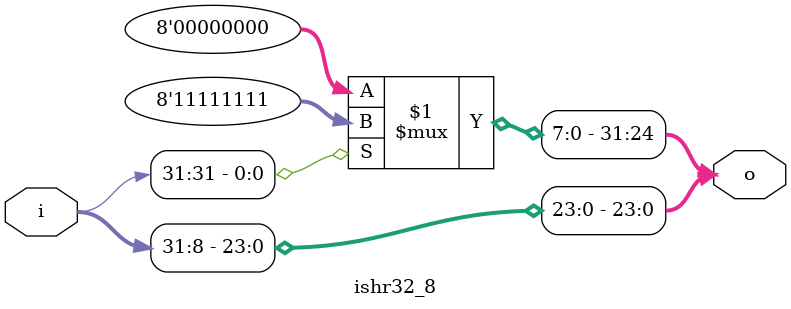
<source format=v>

`define real [ws - 1:0]
`define imag [2*ws - 1:ws]
`define fix [ws - 1:0]
`define int [ws - dp - 1:0]
`define complex [2*ws - 1:0]

/*
fasdfa
afds
*/

module test;
	
// 	reg iCLK_28;
// 	
// 	always begin
// 		#10 iCLK_28 = ~ iCLK_28;
// 	end
// 	
//   	reg [2:0] VGA_CLK_CNT;
//   	reg VGA_CLK;
//   	
//   	initial begin
// 		VGA_CLK_CNT = 0;
// 		VGA_CLK = 0;
// 		iCLK_28 = 0;
// 		#10 $monitor(iCLK_28, VGA_CLK_CNT, VGA_CLK);
// 		#200 $finish;
// 	end
//   	
//   	always @(iCLK_28) begin
// 		if (VGA_CLK_CNT == 2) begin
// 			VGA_CLK_CNT <= 0;
// 			VGA_CLK = ~ VGA_CLK;
// 		end
// 		else
// 			VGA_CLK_CNT <= VGA_CLK_CNT +1;
// 	end
  	
	
// 	parameter	ws = 16, dp = 8;
// 	parameter p = 1;
// 	
// 	wire [15:0] k;
// 	reg [15:0] x, y;
// 	
// 	wire `fix fcr, fci;
// 	wire `complex	fc;
// 	
// 	int2fix op0(fcr, 0);
// 	int2fix op1(fci, 1);
// 	assign fc = {fci, fcr};
// 	
// 	wire `fix fthres;
// 	int2fix op2(fthres, 4);
// 	
// 	
// 	wire `fix d, e;
// 	wire `complex	a, b;
// 	
// 	assign a = {16'd764, 16'd65532};
// 	assign e = 16'd65532;
// // 	fixComplex_fixAbsqr op9(d, a);
// // 	fixMul op8(d, e, e);
// 
// 	fractal inst0(k, x, y, fc, fthres);
// 	initial begin
// 		#p x = 640+18;
// 		#p y = 360;
// 		#p $display("%b",k);
// // 		#p $display("%d", d);
// 	end
// 	
// 	real r;
	
// 	assign r = 1e0;
// 	complex_mul inst0(c, a, b);
// 	initial begin
// 		$monitor("a=%di+%d, b=%di+%d, c=%di+%d.", a[31:16], a[15:0], b[31:16], b[15:0], c[31:16], c[15:0]);
// 		#10 a = 0;
// 		#10 b = 0;
// 		#10 a = {16'd33, 16'd22};
// 		#10 b = {16'd33, 16'd22};
// 	end
	
// 	parameter	ws = 16, dp = 8;
// 	wire [ws -1: 0] d, e, f;
// 	reg [ws -1: 0] a, b, c;
// 	wire [ws - dp -1 : 0] l, m, n;
// 	reg [ws - dp -1 : 0] i,j, k;
// 	
// 	int2fix inst0(d, i);
// 	int2fix inst1(e, j);
// 	fixDiv inst2(f, d, e);
// 	fix2int inst3(l, f);
// 	
// 	initial begin
// 		i = 0; j = 0;
// 		#10 i = 10; j = 20;
// 		
// 		#10 $display(d, e, " ", f);
// 	end

// 	parameter p = 1;
// 	
// 	reg AUD_BCLK, AUD_DACLRCK, mRST_N;
// 	reg	i;
// 	wire m, o;
// 	
// 	always begin
// 		#1 AUD_BCLK = ~AUD_BCLK;
// 		#1 AUD_BCLK = ~AUD_BCLK;
// 	end
// 
// 	dacWrite	inst13(o, mRST_N, m, AUD_DACLRCK, AUD_BCLK);
//  	adcRead	inst14(m, mRST_N, i, AUD_ADCLRCK, AUD_BCLK);

	wire	[47:0]	disp;
	reg	[15:0]	n;
	wire	[15:0]	m;
	wire	[31:0]	m32, n32;
	
	i16to32 inst0(n32, n);
	ishr32_8 inst1(m32, n32 * 256);
// 	assign 	m32 = ;
	assign 	m = {m32[31],m32[14:0]};
// 	assign 	m = n * 32'd9 / 32'd7;
	
	initial begin
		$monitor("n = %d %d", n, n32);
		#10 n = 10000;
		#10 n = -10000;
		#10 $display("%d %h", m, m);
		#10 $display("%d %h", m32, m32);
	end

endmodule

module	i16to32(
	o,
	i);
	output	[31:0]	o;
	input	[15:0]	i;
	assign	o = {i[15]?~16'h0:16'h0,i};
endmodule



module	ishr32_8(
	o,
	i);
	output	[31:0]	o;
	input	[31:0]	i;
	assign	o = {i[31]?~8'h0:8'h0,i[31:8]};
endmodule
</source>
